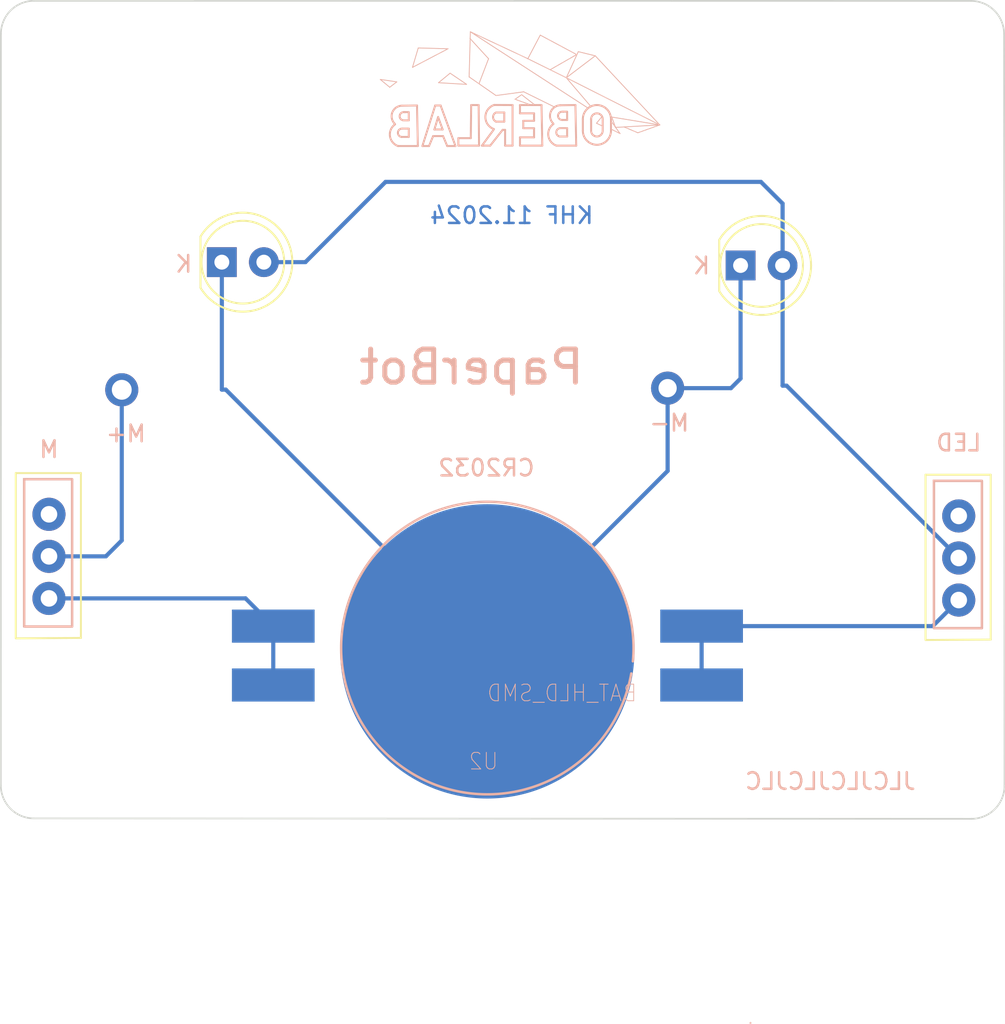
<source format=kicad_pcb>
(kicad_pcb (version 20221018) (generator pcbnew)
  (layers (0 "F.Cu" signal) (31 "B.Cu" signal) (34 "B.Paste" user) (35 "F.Paste" user) (36 "B.SilkS" user "B.Silkscreen") (37 "F.SilkS" user "F.Silkscreen") (38 "B.Mask" user) (39 "F.Mask" user) (44 "Edge.Cuts" user))
  (net 0 "")
  (net 1 "Net-(D1-K)")
  (net 2 "Net-(D1-A)")
  (net 3 "Net-(S1-A-Pad1)")
  (footprint "!Goody:LP_rund" (layer "F.Cu") (at 138.3 67.4)
    (fp_text reference "M-" (at 0.1 2.1) (layer "B.SilkS") (effects (justify mirror)))
    (fp_text value "LP_rund")
    (pad "1" thru_hole circle (at 0 0) (size 2 2) (drill 1.1) (layers "*.Cu" "*.Mask") (net 1 "Net-(D1-K)"))
  )
  (footprint "!Goody:Micro_SchalterKHF" (layer "F.Cu") (at 100.9 80.1 90)
    (fp_text reference "S2")
    (fp_text value "Micro_Schalter")
    (fp_line (start -2.3876 -2.0066) (end 7.5692 -2.0066) (stroke (width 0.12)) (layer "F.SilkS"))
    (fp_line (start -2.3876 1.9304) (end -2.413 -2.0066) (stroke (width 0.12)) (layer "F.SilkS"))
    (fp_line (start 7.5692 -2.0066) (end 7.5692 1.9304) (stroke (width 0.12)) (layer "F.SilkS"))
    (fp_line (start 7.5692 1.9304) (end -2.3876 1.9304) (stroke (width 0.12)) (layer "F.SilkS"))
    (pad "1" thru_hole circle (at 0 0 90) (size 2 2) (drill 1) (layers "*.Cu" "*.Mask") (net 3 "Net-(S1-A-Pad1)"))
    (pad "2" thru_hole circle (at 2.54 0 90) (size 2 2) (drill 1) (layers "*.Cu" "*.Mask") (net 2 "Net-(D1-A)"))
    (pad "3" thru_hole circle (at 5.08 0 90) (size 2 2) (drill 1) (layers "*.Cu" "*.Mask"))
  )
  (footprint "!Goody:ob-logo_B.SilkS" (layer "F.Cu") (at 134.7 66.7)
    (fp_text reference "G***" hide)
    (fp_text value "LOGO" hide)
    (fp_line (start -13.775 -17.95) (end -13.2 -17.475) (stroke (width 0.05)) (layer "B.SilkS"))
    (fp_line (start -13.2 -17.475) (end -12.775 -17.8) (stroke (width 0.05)) (layer "B.SilkS"))
    (fp_line (start -12.775 -17.8) (end -13.775 -17.95) (stroke (width 0.05)) (layer "B.SilkS"))
    (fp_line (start -12.45 -16.361395) (end -11.55 -16.375) (stroke (width 0.12)) (layer "B.SilkS"))
    (fp_line (start -12.050001 -14.97995) (end -12.450001 -14.97995) (stroke (width 0.12)) (layer "B.SilkS"))
    (fp_line (start -12.05 -15.975) (end -12.3 -15.975) (stroke (width 0.12)) (layer "B.SilkS"))
    (fp_line (start -12.05 -15.925) (end -12.05 -15.475) (stroke (width 0.12)) (layer "B.SilkS"))
    (fp_line (start -12.05 -15.475) (end -12.35 -15.475) (stroke (width 0.12)) (layer "B.SilkS"))
    (fp_line (start -12.05 -14.975) (end -12.05 -14.475) (stroke (width 0.12)) (layer "B.SilkS"))
    (fp_line (start -12.05 -14.475) (end -12.5 -14.475) (stroke (width 0.12)) (layer "B.SilkS"))
    (fp_line (start -11.825 -18.675) (end -11.475 -19.85) (stroke (width 0.05)) (layer "B.SilkS"))
    (fp_line (start -11.55 -16.375) (end -11.5 -13.925) (stroke (width 0.12)) (layer "B.SilkS"))
    (fp_line (start -11.5 -13.925) (end -12.7 -13.925) (stroke (width 0.12)) (layer "B.SilkS"))
    (fp_line (start -11.475 -19.85) (end -9.675 -19.8) (stroke (width 0.05)) (layer "B.SilkS"))
    (fp_line (start -11.225 -13.925) (end -10.45 -16.375) (stroke (width 0.12)) (layer "B.SilkS"))
    (fp_line (start -10.825 -13.925) (end -11.225 -13.925) (stroke (width 0.12)) (layer "B.SilkS"))
    (fp_line (start -10.575 -14.525) (end -10.825 -13.925) (stroke (width 0.12)) (layer "B.SilkS"))
    (fp_line (start -10.5 -14.925) (end -10.275 -15.675) (stroke (width 0.12)) (layer "B.SilkS"))
    (fp_line (start -10.45 -16.375) (end -10.125 -16.375) (stroke (width 0.12)) (layer "B.SilkS"))
    (fp_line (start -10.275 -15.675) (end -10 -14.925) (stroke (width 0.12)) (layer "B.SilkS"))
    (fp_line (start -10.25 -17.75) (end -8.575 -17.65) (stroke (width 0.05)) (layer "B.SilkS"))
    (fp_line (start -10.125 -16.375) (end -9.225 -13.925) (stroke (width 0.12)) (layer "B.SilkS"))
    (fp_line (start -10 -14.925) (end -10.5 -14.925) (stroke (width 0.12)) (layer "B.SilkS"))
    (fp_line (start -9.975 -14.525) (end -10.575 -14.525) (stroke (width 0.12)) (layer "B.SilkS"))
    (fp_line (start -9.725 -13.925) (end -9.975 -14.525) (stroke (width 0.12)) (layer "B.SilkS"))
    (fp_line (start -9.725 -13.925) (end -9.225 -13.925) (stroke (width 0.12)) (layer "B.SilkS"))
    (fp_line (start -9.675 -19.8) (end -11.825 -18.675) (stroke (width 0.05)) (layer "B.SilkS"))
    (fp_line (start -9.55 -18.325) (end -10.25 -17.75) (stroke (width 0.05)) (layer "B.SilkS"))
    (fp_line (start -9.05 -14.4) (end -9.05 -13.95) (stroke (width 0.12)) (layer "B.SilkS"))
    (fp_line (start -9.05 -13.95) (end -7.8 -13.95) (stroke (width 0.12)) (layer "B.SilkS"))
    (fp_line (start -8.55 -17.65) (end -9.55 -18.325) (stroke (width 0.05)) (layer "B.SilkS"))
    (fp_line (start -8.4 -18.1) (end -6.775 -16.975) (stroke (width 0.05)) (layer "B.SilkS"))
    (fp_line (start -8.35 -20.425) (end -7.225 -19.2) (stroke (width 0.05)) (layer "B.SilkS"))
    (fp_line (start -8.325 -20.825) (end -8.4 -18.1) (stroke (width 0.05)) (layer "B.SilkS"))
    (fp_line (start -8.3 -14.4) (end -9.05 -14.4) (stroke (width 0.12)) (layer "B.SilkS"))
    (fp_line (start -8.275 -16.4) (end -8.3 -14.4) (stroke (width 0.12)) (layer "B.SilkS"))
    (fp_line (start -7.825 -16.4) (end -8.275 -16.4) (stroke (width 0.12)) (layer "B.SilkS"))
    (fp_line (start -7.8 -13.95) (end -7.825 -16.4) (stroke (width 0.12)) (layer "B.SilkS"))
    (fp_line (start -7.625 -13.95) (end -6.925 -14.9) (stroke (width 0.12)) (layer "B.SilkS"))
    (fp_line (start -7.525 -13.95) (end -7.625 -13.95) (stroke (width 0.12)) (layer "B.SilkS"))
    (fp_line (start -7.225 -19.2) (end -7.8 -17.7) (stroke (width 0.05)) (layer "B.SilkS"))
    (fp_line (start -7.125 -13.95) (end -7.525 -13.95) (stroke (width 0.12)) (layer "B.SilkS"))
    (fp_line (start -6.883731 -16.405406) (end -5.775 -16.4) (stroke (width 0.12)) (layer "B.SilkS"))
    (fp_line (start -6.775 -16.975) (end -5.1 -17.2) (stroke (width 0.05)) (layer "B.SilkS"))
    (fp_line (start -6.725 -15.95) (end -6.275 -15.95) (stroke (width 0.12)) (layer "B.SilkS"))
    (fp_line (start -6.375 -14.9) (end -7.125 -13.95) (stroke (width 0.12)) (layer "B.SilkS"))
    (fp_line (start -6.275 -15.95) (end -6.275 -15.4) (stroke (width 0.12)) (layer "B.SilkS"))
    (fp_line (start -6.275 -15.4) (end -6.775 -15.4) (stroke (width 0.12)) (layer "B.SilkS"))
    (fp_line (start -6.225 -14.9) (end -6.375 -14.9) (stroke (width 0.12)) (layer "B.SilkS"))
    (fp_line (start -6.225 -13.95) (end -6.225 -14.9) (stroke (width 0.12)) (layer "B.SilkS"))
    (fp_line (start -5.775 -16.4) (end -5.775 -13.95) (stroke (width 0.12)) (layer "B.SilkS"))
    (fp_line (start -5.775 -13.95) (end -6.225 -13.95) (stroke (width 0.12)) (layer "B.SilkS"))
    (fp_line (start -5.625 -16.75) (end -4.65 -16.4) (stroke (width 0.05)) (layer "B.SilkS"))
    (fp_line (start -5.325 -16.4) (end -4.025 -16.4) (stroke (width 0.12)) (layer "B.SilkS"))
    (fp_line (start -5.325 -15.9) (end -5.325 -16.4) (stroke (width 0.12)) (layer "B.SilkS"))
    (fp_line (start -5.325 -14.45) (end -4.475 -14.45) (stroke (width 0.12)) (layer "B.SilkS"))
    (fp_line (start -5.325 -13.95) (end -5.325 -14.45) (stroke (width 0.12)) (layer "B.SilkS"))
    (fp_line (start -5.225 -17.025) (end -5.625 -16.75) (stroke (width 0.05)) (layer "B.SilkS"))
    (fp_line (start -5.125 -15.45) (end -4.475 -15.45) (stroke (width 0.12)) (layer "B.SilkS"))
    (fp_line (start -5.125 -15) (end -5.125 -15.45) (stroke (width 0.12)) (layer "B.SilkS"))
    (fp_line (start -5.1 -17.2) (end -3.275 -16.3) (stroke (width 0.05)) (layer "B.SilkS"))
    (fp_line (start -4.85 -19.2) (end -8.325 -20.825) (stroke (width 0.05)) (layer "B.SilkS"))
    (fp_line (start -4.85 -19.2) (end -2.525 -18.05) (stroke (width 0.05)) (layer "B.SilkS"))
    (fp_line (start -4.475 -15.9) (end -5.325 -15.9) (stroke (width 0.12)) (layer "B.SilkS"))
    (fp_line (start -4.475 -15.45) (end -4.475 -15.9) (stroke (width 0.12)) (layer "B.SilkS"))
    (fp_line (start -4.475 -15) (end -5.125 -15) (stroke (width 0.12)) (layer "B.SilkS"))
    (fp_line (start -4.475 -14.45) (end -4.475 -15) (stroke (width 0.12)) (layer "B.SilkS"))
    (fp_line (start -4.45 -16.425) (end -5.225 -17.025) (stroke (width 0.05)) (layer "B.SilkS"))
    (fp_line (start -4.1 -20.625) (end -4.85 -19.2) (stroke (width 0.05)) (layer "B.SilkS"))
    (fp_line (start -4.1 -20.625) (end -1.9 -19.45) (stroke (width 0.05)) (layer "B.SilkS"))
    (fp_line (start -4.075 -13.95) (end -5.325 -13.95) (stroke (width 0.12)) (layer "B.SilkS"))
    (fp_line (start -4.025 -16.4) (end -3.975 -13.95) (stroke (width 0.12)) (layer "B.SilkS"))
    (fp_line (start -3.975 -13.95) (end -4.075 -13.95) (stroke (width 0.12)) (layer "B.SilkS"))
    (fp_line (start -2.875 -16.386395) (end -1.975 -16.4) (stroke (width 0.12)) (layer "B.SilkS"))
    (fp_line (start -2.525 -18.05) (end -1.05 -16.325) (stroke (width 0.05)) (layer "B.SilkS"))
    (fp_line (start -2.525 -18.05) (end 3.125 -15.2) (stroke (width 0.05)) (layer "B.SilkS"))
    (fp_line (start -2.475001 -15.00495) (end -2.875001 -15.00495) (stroke (width 0.12)) (layer "B.SilkS"))
    (fp_line (start -2.475 -16) (end -2.725 -16) (stroke (width 0.12)) (layer "B.SilkS"))
    (fp_line (start -2.475 -15.95) (end -2.475 -15.5) (stroke (width 0.12)) (layer "B.SilkS"))
    (fp_line (start -2.475 -15.5) (end -2.775 -15.5) (stroke (width 0.12)) (layer "B.SilkS"))
    (fp_line (start -2.475 -15) (end -2.475 -14.5) (stroke (width 0.12)) (layer "B.SilkS"))
    (fp_line (start -2.475 -14.5) (end -2.925 -14.5) (stroke (width 0.12)) (layer "B.SilkS"))
    (fp_line (start -1.975 -16.4) (end -1.925 -13.95) (stroke (width 0.12)) (layer "B.SilkS"))
    (fp_line (start -1.925 -13.95) (end -3.125 -13.95) (stroke (width 0.12)) (layer "B.SilkS"))
    (fp_line (start -1.9 -19.45) (end -3.475 -18.55) (stroke (width 0.05)) (layer "B.SilkS"))
    (fp_line (start -1.8 -19.625) (end -2.525 -18.05) (stroke (width 0.05)) (layer "B.SilkS"))
    (fp_line (start -1.525 -15.55) (end -1.525 -14.85) (stroke (width 0.12)) (layer "B.SilkS"))
    (fp_line (start -1.225 -16.225) (end -8.325 -20.825) (stroke (width 0.05)) (layer "B.SilkS"))
    (fp_line (start -1.025 -15.55) (end -1.025 -14.9) (stroke (width 0.12)) (layer "B.SilkS"))
    (fp_line (start -0.775 -19.375) (end -2.525 -18.05) (stroke (width 0.05)) (layer "B.SilkS"))
    (fp_line (start -0.775 -19.375) (end -1.8 -19.625) (stroke (width 0.05)) (layer "B.SilkS"))
    (fp_line (start -0.7 -15.3) (end -0.325 -15.125) (stroke (width 0.05)) (layer "B.SilkS"))
    (fp_line (start -0.375 -15.7) (end -0.7 -15.3) (stroke (width 0.05)) (layer "B.SilkS"))
    (fp_line (start -0.325 -15.55) (end -0.325 -14.85) (stroke (width 0.12)) (layer "B.SilkS"))
    (fp_line (start 0.175 -14.95) (end 0.725 -14.675) (stroke (width 0.05)) (layer "B.SilkS"))
    (fp_line (start 0.175 -14.85) (end 0.175 -15.55) (stroke (width 0.12)) (layer "B.SilkS"))
    (fp_line (start 0.225 -15.675) (end 0.45 -15.05) (stroke (width 0.05)) (layer "B.SilkS"))
    (fp_line (start 0.45 -15.05) (end 3.125 -15.2) (stroke (width 0.05)) (layer "B.SilkS"))
    (fp_line (start 0.725 -14.675) (end 0.15 -15.475) (stroke (width 0.05)) (layer "B.SilkS"))
    (fp_line (start 1.8 -14.725) (end 0.975 -15.075) (stroke (width 0.05)) (layer "B.SilkS"))
    (fp_line (start 3.125 -15.2) (end -0.775 -19.375) (stroke (width 0.05)) (layer "B.SilkS"))
    (fp_line (start 3.125 -15.2) (end 0.225 -15.675) (stroke (width 0.05)) (layer "B.SilkS"))
    (fp_line (start 3.125 -15.2) (end 1.8 -14.725) (stroke (width 0.05)) (layer "B.SilkS"))
    (fp_arc (start -12.899999 -15.275001) (mid -13.037952 -15.968538) (end -12.45 -16.361395) (stroke (width 0.12)) (layer "B.SilkS"))
    (fp_arc (start -12.699999 -13.925001) (mid -13.186654 -14.525805) (end -12.876256 -15.233937) (stroke (width 0.12)) (layer "B.SilkS"))
    (fp_arc (start -12.499999 -14.475001) (mid -12.703709 -14.750121) (end -12.450001 -14.97995) (stroke (width 0.12)) (layer "B.SilkS"))
    (fp_arc (start -12.35 -15.475) (mid -12.598127 -15.755546) (end -12.289366 -15.967536) (stroke (width 0.12)) (layer "B.SilkS"))
    (fp_arc (start -6.899999 -14.950001) (mid -7.416844 -15.683572) (end -6.883731 -16.405406) (stroke (width 0.12)) (layer "B.SilkS"))
    (fp_arc (start -6.774999 -15.400001) (mid -6.952075 -15.675) (end -6.774999 -15.949999) (stroke (width 0.12)) (layer "B.SilkS"))
    (fp_arc (start -3.324999 -15.300001) (mid -3.462952 -15.993538) (end -2.875 -16.386395) (stroke (width 0.12)) (layer "B.SilkS"))
    (fp_arc (start -3.124999 -13.950001) (mid -3.611654 -14.550805) (end -3.301256 -15.258937) (stroke (width 0.12)) (layer "B.SilkS"))
    (fp_arc (start -2.924999 -14.500001) (mid -3.128709 -14.775121) (end -2.875001 -15.00495) (stroke (width 0.12)) (layer "B.SilkS"))
    (fp_arc (start -2.775 -15.5) (mid -3.023127 -15.780546) (end -2.714366 -15.992536) (stroke (width 0.12)) (layer "B.SilkS"))
    (fp_arc (start -1.525 -15.55) (mid -0.675 -16.4) (end 0.175 -15.55) (stroke (width 0.12)) (layer "B.SilkS"))
    (fp_arc (start -1.025 -15.55) (mid -0.675 -15.9) (end -0.325 -15.55) (stroke (width 0.12)) (layer "B.SilkS"))
    (fp_arc (start -0.325 -14.85) (mid -0.675 -14.5) (end -1.025 -14.85) (stroke (width 0.12)) (layer "B.SilkS"))
    (fp_arc (start 0.175 -14.85) (mid -0.675 -14) (end -1.525 -14.85) (stroke (width 0.12)) (layer "B.SilkS"))
    (fp_poly (pts (xy 8.544723 39.045226) (xy 8.608542 39.109045) (xy 8.672361 39.045226) (xy 8.608542 38.981407) (xy 8.544723 39.045226)) (stroke (width 0.01)) (fill solid) (layer "B.SilkS"))
  )
  (footprint "LED_THT:LED_D5.0mm" (layer "F.Cu") (at 142.71 59.99)
    (fp_text reference "D2")
    (fp_text value "LED")
    (fp_line (start -1.29 -1.545) (end -1.29 1.545) (stroke (width 0.12)) (layer "F.SilkS"))
    (fp_arc (start -1.29 -1.54483) (mid 2.072002 -2.880433) (end 4.26 0.000462) (stroke (width 0.12)) (layer "F.SilkS"))
    (fp_arc (start 4.26 -0.000462) (mid 2.072002 2.880433) (end -1.29 1.54483) (stroke (width 0.12)) (layer "F.SilkS"))
    (fp_circle (center 1.27 0) (end 3.77 0) (stroke (width 0.12)) (fill none) (layer "F.SilkS"))
    (pad "1" thru_hole rect (at 0 0) (size 1.8 1.8) (drill 0.9) (layers "*.Cu" "*.Mask") (net 1 "Net-(D1-K)"))
    (pad "2" thru_hole circle (at 2.54 0) (size 1.8 1.8) (drill 0.9) (layers "*.Cu" "*.Mask") (net 2 "Net-(D1-A)"))
  )
  (footprint "!Goody:LP_rund" (layer "F.Cu") (at 105.3 67.5)
    (fp_text reference "M+" (at 0.25 2.65) (layer "B.SilkS") (effects (justify mirror)))
    (fp_text value "LP_rund")
    (pad "1" thru_hole circle (at 0 0) (size 2 2) (drill 1.2) (layers "*.Cu" "*.Mask") (net 2 "Net-(D1-A)"))
  )
  (footprint "LED_THT:LED_D5.0mm" (layer "F.Cu") (at 111.35 59.79)
    (fp_text reference "D1")
    (fp_text value "LED")
    (fp_line (start -1.29 -1.545) (end -1.29 1.545) (stroke (width 0.12)) (layer "F.SilkS"))
    (fp_arc (start -1.29 -1.54483) (mid 2.072002 -2.880433) (end 4.26 0.000462) (stroke (width 0.12)) (layer "F.SilkS"))
    (fp_arc (start 4.26 -0.000462) (mid 2.072002 2.880433) (end -1.29 1.54483) (stroke (width 0.12)) (layer "F.SilkS"))
    (fp_circle (center 1.27 0) (end 3.77 0) (stroke (width 0.12)) (fill none) (layer "F.SilkS"))
    (pad "1" thru_hole rect (at 0 0) (size 1.8 1.8) (drill 0.9) (layers "*.Cu" "*.Mask") (net 1 "Net-(D1-K)"))
    (pad "2" thru_hole circle (at 2.54 0) (size 1.8 1.8) (drill 0.9) (layers "*.Cu" "*.Mask") (net 2 "Net-(D1-A)"))
  )
  (footprint "!Goody:Micro_SchalterKHF" (layer "F.Cu") (at 155.9 80.2 90)
    (fp_text reference "S1")
    (fp_text value "Micro_Schalter")
    (fp_line (start -2.3876 -2.0066) (end 7.5692 -2.0066) (stroke (width 0.12)) (layer "F.SilkS"))
    (fp_line (start -2.3876 1.9304) (end -2.413 -2.0066) (stroke (width 0.12)) (layer "F.SilkS"))
    (fp_line (start 7.5692 -2.0066) (end 7.5692 1.9304) (stroke (width 0.12)) (layer "F.SilkS"))
    (fp_line (start 7.5692 1.9304) (end -2.3876 1.9304) (stroke (width 0.12)) (layer "F.SilkS"))
    (pad "1" thru_hole circle (at 0 0 90) (size 2 2) (drill 1) (layers "*.Cu" "*.Mask") (net 3 "Net-(S1-A-Pad1)"))
    (pad "2" thru_hole circle (at 2.54 0 90) (size 2 2) (drill 1) (layers "*.Cu" "*.Mask") (net 2 "Net-(D1-A)"))
    (pad "3" thru_hole circle (at 5.08 0 90) (size 2 2) (drill 1) (layers "*.Cu" "*.Mask"))
  )
  (footprint "!Goody:BAT-HLD-SMD-Blech" (layer "B.Cu") (at 127.4 83.3 180)
    (fp_text reference "U2" (at 0.23 -6.64) (layer "B.SilkS") (effects (font (size 1 0.9) (thickness 0.05)) (justify mirror)))
    (fp_text value "BAT_HLD_SMD" (at -4.52 -2.52) (layer "B.SilkS") (effects (font (size 1 0.9) (thickness 0.05)) (justify mirror)))
    (pad "" smd rect (at -12.954 -2.032 180) (size 5 2) (layers "B.Cu" "B.Paste" "B.Mask") (net 3 "Net-(S1-A-Pad1)"))
    (pad "" smd rect (at -12.954 1.524 180) (size 5 2) (layers "B.Cu" "B.Paste" "B.Mask") (net 3 "Net-(S1-A-Pad1)"))
    (pad "1" smd rect (at 12.94 -2.032 180) (size 5 2) (layers "B.Cu" "B.Paste" "B.Mask") (net 3 "Net-(S1-A-Pad1)"))
    (pad "1" smd rect (at 12.94 1.524 180) (size 5 2) (layers "B.Cu" "B.Paste" "B.Mask") (net 3 "Net-(S1-A-Pad1)"))
    (pad "2" smd circle (at 0 0 180) (size 17.78 17.78) (layers "B.Cu" "B.Paste" "B.Mask") (net 1 "Net-(D1-K)"))
  )
  (gr_arc (start 136.101832 84.635617) (mid 118.64136 81.93116) (end 136.2 83.9) (stroke (width 0.15)) (layer "B.SilkS"))
  (gr_rect (start 154.4 73) (end 157.3 81.9) (stroke (width 0.15)) (fill none) (layer "B.SilkS"))
  (gr_rect (start 99.4 72.9) (end 102.3 81.8) (stroke (width 0.15)) (fill none) (layer "B.SilkS"))
  (gr_arc (start 99.989214 93.39) (mid 98.575 92.804214) (end 97.989214 91.39) (stroke (width 0.1)) (layer "Edge.Cuts"))
  (gr_line (start 156.665786 93.415786) (end 99.989214 93.39) (stroke (width 0.1)) (layer "Edge.Cuts"))
  (gr_line (start 97.989214 91.39) (end 97.994214 46.004214) (stroke (width 0.1)) (layer "Edge.Cuts"))
  (gr_line (start 99.994214 44.004214) (end 156.64033 44.009937) (stroke (width 0.1)) (layer "Edge.Cuts"))
  (gr_arc (start 97.994214 46.004214) (mid 98.58 44.59) (end 99.994214 44.004214) (stroke (width 0.1)) (layer "Edge.Cuts"))
  (gr_line (start 158.64033 46.009937) (end 158.665786 91.415786) (stroke (width 0.1)) (layer "Edge.Cuts"))
  (gr_arc (start 158.665786 91.415786) (mid 158.08 92.83) (end 156.665786 93.415786) (stroke (width 0.1)) (layer "Edge.Cuts"))
  (gr_arc (start 156.64033 44.009937) (mid 158.054544 44.595723) (end 158.64033 46.009937) (stroke (width 0.1)) (layer "Edge.Cuts"))
  (gr_text "KHF 11.2024" (at 133.9 57.55) (layer "B.Cu") (effects (font (size 1 1)) (justify left bottom mirror)))
  (gr_text "M" (at 100.9 71.1) (layer "B.SilkS") (effects (font (size 1 1))))
  (gr_text "K" (at 140.95 60.59) (layer "B.SilkS") (effects (font (size 1 1)) (justify left bottom mirror)))
  (gr_text "LED" (at 155.9 70.7) (layer "B.SilkS") (effects (font (size 1 1)) (justify mirror)))
  (gr_text "JLCJLCJLCJLC" (at 153.38 91.73) (layer "B.SilkS") (effects (font (size 1 1)) (justify left bottom mirror)))
  (gr_text "CR2032" (at 130.35 72.8) (layer "B.SilkS") (effects (font (size 1 1)) (justify left bottom mirror)))
  (gr_text "PaperBot" (at 133.4 67.3) (layer "B.SilkS") (effects (font (size 2 2) (thickness 0.3)) (justify left bottom mirror)))
  (gr_text "K" (at 109.65 60.49) (layer "B.SilkS") (effects (font (size 1 1)) (justify left bottom mirror)))
  (segment (start 142.71 66.82) (end 142.13 67.4) (width 0.25) (layer "B.Cu") (net 1))
  (segment (start 111.35 67.49) (end 111.59 67.49) (width 0.25) (layer "B.Cu") (net 1))
  (segment (start 138.3 72.4) (end 127.4 83.3) (width 0.25) (layer "B.Cu") (net 1))
  (segment (start 138.3 67.4) (end 138.3 72.4) (width 0.25) (layer "B.Cu") (net 1))
  (segment (start 142.71 59.99) (end 142.71 66.82) (width 0.25) (layer "B.Cu") (net 1))
  (segment (start 111.59 67.49) (end 127.4 83.3) (width 0.25) (layer "B.Cu") (net 1))
  (segment (start 142.13 67.4) (end 138.3 67.4) (width 0.25) (layer "B.Cu") (net 1))
  (segment (start 111.35 59.79) (end 111.35 67.49) (width 0.25) (layer "B.Cu") (net 1))
  (segment (start 145.49 67.25) (end 145.25 67.25) (width 0.25) (layer "B.Cu") (net 2))
  (segment (start 105.3 76.6) (end 104.34 77.56) (width 0.25) (layer "B.Cu") (net 2))
  (segment (start 116.4 59.79) (end 113.89 59.79) (width 0.25) (layer "B.Cu") (net 2))
  (segment (start 121.25 54.94) (end 116.4 59.79) (width 0.25) (layer "B.Cu") (net 2))
  (segment (start 145.25 67.25) (end 145.25 59.99) (width 0.25) (layer "B.Cu") (net 2))
  (segment (start 145.25 56.25) (end 143.94 54.94) (width 0.25) (layer "B.Cu") (net 2))
  (segment (start 145.25 59.99) (end 145.25 56.25) (width 0.25) (layer "B.Cu") (net 2))
  (segment (start 104.34 77.56) (end 100.9 77.56) (width 0.25) (layer "B.Cu") (net 2))
  (segment (start 105.3 67.5) (end 105.3 76.6) (width 0.25) (layer "B.Cu") (net 2))
  (segment (start 155.9 77.66) (end 145.49 67.25) (width 0.25) (layer "B.Cu") (net 2))
  (segment (start 143.94 54.94) (end 121.25 54.94) (width 0.25) (layer "B.Cu") (net 2))
  (segment (start 114.46 85.332) (end 114.46 81.776) (width 0.25) (layer "B.Cu") (net 3))
  (segment (start 154.324 81.776) (end 155.9 80.2) (width 0.25) (layer "B.Cu") (net 3))
  (segment (start 140.354 85.332) (end 140.354 81.776) (width 0.25) (layer "B.Cu") (net 3))
  (segment (start 112.784 80.1) (end 114.46 81.776) (width 0.25) (layer "B.Cu") (net 3))
  (segment (start 140.354 81.776) (end 154.324 81.776) (width 0.25) (layer "B.Cu") (net 3))
  (segment (start 100.9 80.1) (end 112.784 80.1) (width 0.25) (layer "B.Cu") (net 3))
)
</source>
